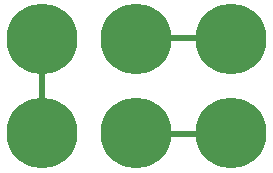
<source format=gbl>
%TF.GenerationSoftware,KiCad,Pcbnew,5.0.0-fee4fd1~66~ubuntu16.04.1*%
%TF.CreationDate,2018-09-15T14:44:57-07:00*%
%TF.ProjectId,2x3-Dark-Detector,3278332D4461726B2D4465746563746F,1.0*%
%TF.SameCoordinates,Original*%
%TF.FileFunction,Copper,L2,Bot,Signal*%
%TF.FilePolarity,Positive*%
%FSLAX46Y46*%
G04 Gerber Fmt 4.6, Leading zero omitted, Abs format (unit mm)*
G04 Created by KiCad (PCBNEW 5.0.0-fee4fd1~66~ubuntu16.04.1) date Sat Sep 15 14:44:57 2018*
%MOMM*%
%LPD*%
G01*
G04 APERTURE LIST*
%ADD10C,6.000000*%
%ADD11C,0.500000*%
%ADD12C,0.254000*%
%ADD13C,0.350000*%
G04 APERTURE END LIST*
D10*
X95566500Y-28639500D03*
X103566500Y-36639500D03*
X95566500Y-36639500D03*
X103566500Y-28639500D03*
X87566500Y-28639500D03*
X87566500Y-36639500D03*
D11*
X102171500Y-28585321D02*
X96671500Y-28585321D01*
D12*
X103640321Y-28585321D02*
X101140321Y-28585321D01*
D11*
X102298500Y-36649821D02*
X96798500Y-36649821D01*
D12*
X99882961Y-36585321D02*
X103640321Y-36585321D01*
D11*
X87576821Y-29718000D02*
X87576821Y-35218000D01*
D12*
X87566500Y-32882140D02*
X87566500Y-36639500D01*
X87566500Y-28639500D02*
X87566500Y-32882140D01*
D13*
X95566500Y-28639500D03*
X103566500Y-36639500D03*
X95566500Y-36639500D03*
X103566500Y-28639500D03*
X87566500Y-28639500D03*
X87566500Y-36639500D03*
M02*

</source>
